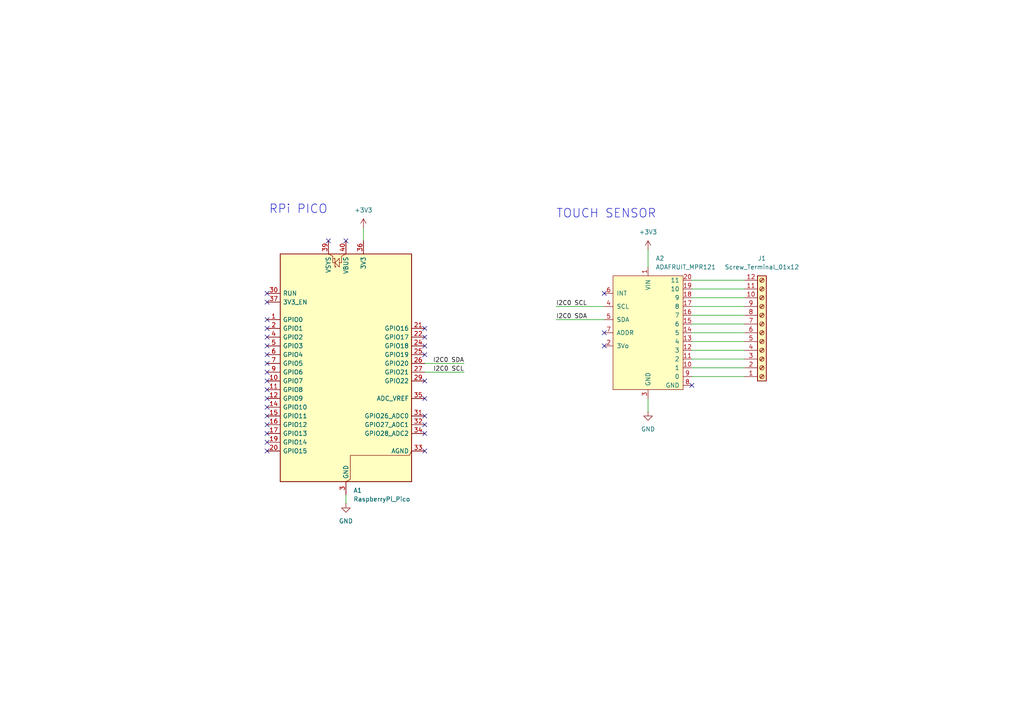
<source format=kicad_sch>
(kicad_sch (version 20250114) (generator "eeschema") (generator_version "9.0")
  (paper "A4")
  (title_block (title "Lick sensor, 12 bottles, USB output") (date "2025-10-27") (rev "1.0"))
  (lib_symbols
    (symbol "AG_Sensor:ADAFRUIT_MPR121" (pin_names (offset 1.016))
      (property "Reference" "A" (at 5.08 13.97 0))
      (property "Value" "ADAFRUIT_MPR121" (at 2.54 16.51 0))
      (symbol "ADAFRUIT_MPR121_1_1"
        (rectangle (start -8.89 11.43) (end 11.43 -21.59) (fill (type background)))
        (pin passive line (at -11.43 6.35 0) (length 2.54) (name "INT") (number "6"))
        (pin passive line (at -11.43 2.54 0) (length 2.54) (name "SCL") (number "4"))
        (pin passive line (at -11.43 -1.27 0) (length 2.54) (name "SDA") (number "5"))
        (pin passive line (at -11.43 -5.08 0) (length 2.54) (name "ADDR") (number "7"))
        (pin power_out line (at -11.43 -8.89 0) (length 2.54) (name "3Vo") (number "2"))
        (pin power_in line (at 1.27 13.97 270) (length 2.54) (name "VIN") (number "1"))
        (pin power_in line (at 1.27 -24.13 90) (length 2.54) (name "GND") (number "3"))
        (pin passive line (at 13.97 10.16 180) (length 2.54) (name "11") (number "20"))
        (pin passive line (at 13.97 7.62 180) (length 2.54) (name "10") (number "19"))
        (pin passive line (at 13.97 5.08 180) (length 2.54) (name "9") (number "18"))
        (pin passive line (at 13.97 2.54 180) (length 2.54) (name "8") (number "17"))
        (pin passive line (at 13.97 0 180) (length 2.54) (name "7") (number "16"))
        (pin passive line (at 13.97 -2.54 180) (length 2.54) (name "6") (number "15"))
        (pin passive line (at 13.97 -5.08 180) (length 2.54) (name "5") (number "14"))
        (pin passive line (at 13.97 -7.62 180) (length 2.54) (name "4") (number "13"))
        (pin passive line (at 13.97 -10.16 180) (length 2.54) (name "3") (number "12"))
        (pin passive line (at 13.97 -12.7 180) (length 2.54) (name "2") (number "11"))
        (pin passive line (at 13.97 -15.24 180) (length 2.54) (name "1") (number "10"))
        (pin passive line (at 13.97 -17.78 180) (length 2.54) (name "0") (number "9"))
        (pin power_in line (at 13.97 -20.32 180) (length 2.54) (name "GND") (number "8"))
      )
    )
    (symbol "Connector:Screw_Terminal_01x12" (pin_names (offset 1.016) (hide yes))
      (property "Reference" "J" (at 0 15.24 0))
      (property "Value" "Screw_Terminal_01x12" (at 0 -17.78 0))
      (symbol "Screw_Terminal_01x12_1_1"
        (rectangle (start -1.27 13.97) (end 1.27 -16.51) (stroke (width 0.254)) (fill (type background)))
        (polyline (pts (xy -0.5334 13.0302) (xy 0.3302 12.192)) (stroke (width 0.1524)))
        (polyline (pts (xy -0.5334 10.4902) (xy 0.3302 9.652)) (stroke (width 0.1524)))
        (polyline (pts (xy -0.5334 7.9502) (xy 0.3302 7.112)) (stroke (width 0.1524)))
        (polyline (pts (xy -0.5334 5.4102) (xy 0.3302 4.572)) (stroke (width 0.1524)))
        (polyline (pts (xy -0.5334 2.8702) (xy 0.3302 2.032)) (stroke (width 0.1524)))
        (polyline (pts (xy -0.5334 0.3302) (xy 0.3302 -0.508)) (stroke (width 0.1524)))
        (polyline (pts (xy -0.5334 -2.2098) (xy 0.3302 -3.048)) (stroke (width 0.1524)))
        (polyline (pts (xy -0.5334 -4.7498) (xy 0.3302 -5.588)) (stroke (width 0.1524)))
        (polyline (pts (xy -0.5334 -7.2898) (xy 0.3302 -8.128)) (stroke (width 0.1524)))
        (polyline (pts (xy -0.5334 -9.8298) (xy 0.3302 -10.668)) (stroke (width 0.1524)))
        (polyline (pts (xy -0.5334 -12.3698) (xy 0.3302 -13.208)) (stroke (width 0.1524)))
        (polyline (pts (xy -0.5334 -14.9098) (xy 0.3302 -15.748)) (stroke (width 0.1524)))
        (polyline (pts (xy -0.3556 13.208) (xy 0.508 12.3698)) (stroke (width 0.1524)))
        (polyline (pts (xy -0.3556 10.668) (xy 0.508 9.8298)) (stroke (width 0.1524)))
        (polyline (pts (xy -0.3556 8.128) (xy 0.508 7.2898)) (stroke (width 0.1524)))
        (polyline (pts (xy -0.3556 5.588) (xy 0.508 4.7498)) (stroke (width 0.1524)))
        (polyline (pts (xy -0.3556 3.048) (xy 0.508 2.2098)) (stroke (width 0.1524)))
        (polyline (pts (xy -0.3556 0.508) (xy 0.508 -0.3302)) (stroke (width 0.1524)))
        (polyline (pts (xy -0.3556 -2.032) (xy 0.508 -2.8702)) (stroke (width 0.1524)))
        (polyline (pts (xy -0.3556 -4.572) (xy 0.508 -5.4102)) (stroke (width 0.1524)))
        (polyline (pts (xy -0.3556 -7.112) (xy 0.508 -7.9502)) (stroke (width 0.1524)))
        (polyline (pts (xy -0.3556 -9.652) (xy 0.508 -10.4902)) (stroke (width 0.1524)))
        (polyline (pts (xy -0.3556 -12.192) (xy 0.508 -13.0302)) (stroke (width 0.1524)))
        (polyline (pts (xy -0.3556 -14.732) (xy 0.508 -15.5702)) (stroke (width 0.1524)))
        (circle (center 0 12.7) (radius 0.635) (stroke (width 0.1524)))
        (circle (center 0 10.16) (radius 0.635) (stroke (width 0.1524)))
        (circle (center 0 7.62) (radius 0.635) (stroke (width 0.1524)))
        (circle (center 0 5.08) (radius 0.635) (stroke (width 0.1524)))
        (circle (center 0 2.54) (radius 0.635) (stroke (width 0.1524)))
        (circle (center 0 0) (radius 0.635) (stroke (width 0.1524)))
        (circle (center 0 -2.54) (radius 0.635) (stroke (width 0.1524)))
        (circle (center 0 -5.08) (radius 0.635) (stroke (width 0.1524)))
        (circle (center 0 -7.62) (radius 0.635) (stroke (width 0.1524)))
        (circle (center 0 -10.16) (radius 0.635) (stroke (width 0.1524)))
        (circle (center 0 -12.7) (radius 0.635) (stroke (width 0.1524)))
        (circle (center 0 -15.24) (radius 0.635) (stroke (width 0.1524)))
        (pin passive line (at -5.08 12.7 0) (length 3.81) (name "Pin_1") (number "1"))
        (pin passive line (at -5.08 10.16 0) (length 3.81) (name "Pin_2") (number "2"))
        (pin passive line (at -5.08 7.62 0) (length 3.81) (name "Pin_3") (number "3"))
        (pin passive line (at -5.08 5.08 0) (length 3.81) (name "Pin_4") (number "4"))
        (pin passive line (at -5.08 2.54 0) (length 3.81) (name "Pin_5") (number "5"))
        (pin passive line (at -5.08 0 0) (length 3.81) (name "Pin_6") (number "6"))
        (pin passive line (at -5.08 -2.54 0) (length 3.81) (name "Pin_7") (number "7"))
        (pin passive line (at -5.08 -5.08 0) (length 3.81) (name "Pin_8") (number "8"))
        (pin passive line (at -5.08 -7.62 0) (length 3.81) (name "Pin_9") (number "9"))
        (pin passive line (at -5.08 -10.16 0) (length 3.81) (name "Pin_10") (number "10"))
        (pin passive line (at -5.08 -12.7 0) (length 3.81) (name "Pin_11") (number "11"))
        (pin passive line (at -5.08 -15.24 0) (length 3.81) (name "Pin_12") (number "12"))
      )
    )
    (symbol "MCU_Module:RaspberryPi_Pico" (pin_names (offset 0.762))
      (property "Reference" "A" (at -19.05 35.56 0))
      (property "Value" "RaspberryPi_Pico" (at 7.62 35.56 0))
      (symbol "RaspberryPi_Pico_0_1"
        (rectangle (start -19.05 34.29) (end 19.05 -31.75) (stroke (width 0.254)) (fill (type background)))
        (polyline (pts (xy -5.08 34.29) (xy -3.81 33.655) (xy -3.81 31.75) (xy -3.175 31.75)))
        (polyline (pts (xy -3.429 32.766) (xy -3.429 33.02) (xy -3.175 33.02) (xy -3.175 30.48) (xy -2.921 30.48) (xy -2.921 30.734)))
        (polyline (pts (xy -3.175 31.75) (xy -1.905 33.02) (xy -1.905 30.48) (xy -3.175 31.75)))
        (polyline (pts (xy 0 34.29) (xy -1.27 33.655) (xy -1.27 31.75) (xy -1.905 31.75)))
        (polyline (pts (xy 0 -31.75) (xy 1.27 -31.115) (xy 1.27 -24.13) (xy 18.415 -24.13) (xy 19.05 -22.86)))
      )
      (symbol "RaspberryPi_Pico_1_1"
        (pin passive line (at -22.86 22.86 0) (length 3.81) (name "RUN") (number "30"))
        (pin passive line (at -22.86 20.32 0) (length 3.81) (name "3V3_EN") (number "37"))
        (pin bidirectional line (at -22.86 15.24 0) (length 3.81) (name "GPIO0") (number "1"))
        (pin bidirectional line (at -22.86 12.7 0) (length 3.81) (name "GPIO1") (number "2"))
        (pin bidirectional line (at -22.86 10.16 0) (length 3.81) (name "GPIO2") (number "4"))
        (pin bidirectional line (at -22.86 7.62 0) (length 3.81) (name "GPIO3") (number "5"))
        (pin bidirectional line (at -22.86 5.08 0) (length 3.81) (name "GPIO4") (number "6"))
        (pin bidirectional line (at -22.86 2.54 0) (length 3.81) (name "GPIO5") (number "7"))
        (pin bidirectional line (at -22.86 0 0) (length 3.81) (name "GPIO6") (number "9"))
        (pin bidirectional line (at -22.86 -2.54 0) (length 3.81) (name "GPIO7") (number "10"))
        (pin bidirectional line (at -22.86 -5.08 0) (length 3.81) (name "GPIO8") (number "11"))
        (pin bidirectional line (at -22.86 -7.62 0) (length 3.81) (name "GPIO9") (number "12"))
        (pin bidirectional line (at -22.86 -10.16 0) (length 3.81) (name "GPIO10") (number "14"))
        (pin bidirectional line (at -22.86 -12.7 0) (length 3.81) (name "GPIO11") (number "15"))
        (pin bidirectional line (at -22.86 -15.24 0) (length 3.81) (name "GPIO12") (number "16"))
        (pin bidirectional line (at -22.86 -17.78 0) (length 3.81) (name "GPIO13") (number "17"))
        (pin bidirectional line (at -22.86 -20.32 0) (length 3.81) (name "GPIO14") (number "19"))
        (pin bidirectional line (at -22.86 -22.86 0) (length 3.81) (name "GPIO15") (number "20"))
        (pin power_in line (at -5.08 38.1 270) (length 3.81) (name "VSYS") (number "39"))
        (pin power_out line (at 0 38.1 270) (length 3.81) (name "VBUS") (number "40"))
        (pin passive line (at 0 -35.56 90) (length 3.81) (hide yes) (name "GND") (number "13"))
        (pin passive line (at 0 -35.56 90) (length 3.81) (hide yes) (name "GND") (number "18"))
        (pin passive line (at 0 -35.56 90) (length 3.81) (hide yes) (name "GND") (number "23"))
        (pin passive line (at 0 -35.56 90) (length 3.81) (hide yes) (name "GND") (number "28"))
        (pin power_out line (at 0 -35.56 90) (length 3.81) (name "GND") (number "3"))
        (pin passive line (at 0 -35.56 90) (length 3.81) (hide yes) (name "GND") (number "38"))
        (pin passive line (at 0 -35.56 90) (length 3.81) (hide yes) (name "GND") (number "8"))
        (pin power_out line (at 5.08 38.1 270) (length 3.81) (name "3V3") (number "36"))
        (pin bidirectional line (at 22.86 12.7 180) (length 3.81) (name "GPIO16") (number "21"))
        (pin bidirectional line (at 22.86 10.16 180) (length 3.81) (name "GPIO17") (number "22"))
        (pin bidirectional line (at 22.86 7.62 180) (length 3.81) (name "GPIO18") (number "24"))
        (pin bidirectional line (at 22.86 5.08 180) (length 3.81) (name "GPIO19") (number "25"))
        (pin bidirectional line (at 22.86 2.54 180) (length 3.81) (name "GPIO20") (number "26"))
        (pin bidirectional line (at 22.86 0 180) (length 3.81) (name "GPIO21") (number "27"))
        (pin bidirectional line (at 22.86 -2.54 180) (length 3.81) (name "GPIO22") (number "29"))
        (pin power_in line (at 22.86 -7.62 180) (length 3.81) (name "ADC_VREF") (number "35"))
        (pin bidirectional line (at 22.86 -12.7 180) (length 3.81) (name "GPIO26_ADC0") (number "31"))
        (pin bidirectional line (at 22.86 -15.24 180) (length 3.81) (name "GPIO27_ADC1") (number "32"))
        (pin bidirectional line (at 22.86 -17.78 180) (length 3.81) (name "GPIO28_ADC2") (number "34"))
        (pin power_out line (at 22.86 -22.86 180) (length 3.81) (name "AGND") (number "33"))
      )
    )
    (symbol "power:+3V3" (power) (pin_numbers (hide yes)) (pin_names (offset 0) (hide yes))
      (property "Value" "+3V3" (at 0 3.556 0))
      (symbol "+3V3_0_1"
        (polyline (pts (xy -0.762 1.27) (xy 0 2.54)))
        (polyline (pts (xy 0 2.54) (xy 0.762 1.27)))
        (polyline (pts (xy 0 0) (xy 0 2.54)))
      )
      (symbol "+3V3_1_1"
        (pin power_in line (at 0 0 90) (length 0) (name "~") (number "1"))
      )
    )
    (symbol "power:GND" (power) (pin_numbers (hide yes)) (pin_names (offset 0) (hide yes))
      (property "Value" "GND" (at 0 -3.81 0))
      (symbol "GND_0_1"
        (polyline (pts (xy 0 0) (xy 0 -1.27) (xy 1.27 -1.27) (xy 0 -2.54) (xy -1.27 -1.27) (xy 0 -1.27)))
      )
      (symbol "GND_1_1"
        (pin power_in line (at 0 0 270) (length 0) (name "~") (number "1"))
      )
    )
  )
  (text "TOUCH SENSOR" (at 161.29 63.5 0) (effects (font (size 2.5 2.5)) (justify left bottom)))
  (text "RPi PICO" (at 77.978 62.23 0) (effects (font (size 2.5 2.5)) (justify left bottom)))
  (no_connect (at 77.47 97.79))
  (no_connect (at 77.47 110.49))
  (no_connect (at 77.47 92.71))
  (no_connect (at 77.47 95.25))
  (no_connect (at 123.19 130.81))
  (no_connect (at 123.19 123.19))
  (no_connect (at 123.19 95.25))
  (no_connect (at 123.19 110.49))
  (no_connect (at 77.47 120.65))
  (no_connect (at 77.47 107.95))
  (no_connect (at 77.47 100.33))
  (no_connect (at 77.47 115.57))
  (no_connect (at 175.26 85.09))
  (no_connect (at 175.26 96.52))
  (no_connect (at 123.19 115.57))
  (no_connect (at 123.19 120.65))
  (no_connect (at 95.25 69.85))
  (no_connect (at 77.47 87.63))
  (no_connect (at 77.47 105.41))
  (no_connect (at 77.47 118.11))
  (no_connect (at 123.19 102.87))
  (no_connect (at 123.19 97.79))
  (no_connect (at 77.47 113.03))
  (no_connect (at 123.19 125.73))
  (no_connect (at 77.47 123.19))
  (no_connect (at 77.47 125.73))
  (no_connect (at 77.47 102.87))
  (no_connect (at 175.26 100.33))
  (no_connect (at 77.47 128.27))
  (no_connect (at 200.66 111.76))
  (no_connect (at 77.47 130.81))
  (no_connect (at 100.33 69.85))
  (no_connect (at 123.19 100.33))
  (no_connect (at 77.47 85.09))
  (wire (pts (xy 200.66 86.36) (xy 215.9 86.36)))
  (wire (pts (xy 100.33 143.51) (xy 100.33 146.05)))
  (wire (pts (xy 200.66 93.98) (xy 215.9 93.98)))
  (wire (pts (xy 161.29 92.71) (xy 175.26 92.71)))
  (wire (pts (xy 123.19 107.95) (xy 134.62 107.95)))
  (wire (pts (xy 200.66 99.06) (xy 215.9 99.06)))
  (wire (pts (xy 200.66 88.9) (xy 215.9 88.9)))
  (wire (pts (xy 200.66 91.44) (xy 215.9 91.44)))
  (wire (pts (xy 187.96 115.57) (xy 187.96 119.38)))
  (wire (pts (xy 105.41 66.04) (xy 105.41 69.85)))
  (wire (pts (xy 200.66 109.22) (xy 215.9 109.22)))
  (wire (pts (xy 200.66 83.82) (xy 215.9 83.82)))
  (wire (pts (xy 187.96 72.39) (xy 187.96 77.47)))
  (wire (pts (xy 200.66 106.68) (xy 215.9 106.68)))
  (wire (pts (xy 200.66 96.52) (xy 215.9 96.52)))
  (wire (pts (xy 200.66 101.6) (xy 215.9 101.6)))
  (wire (pts (xy 161.29 88.9) (xy 175.26 88.9)))
  (wire (pts (xy 123.19 105.41) (xy 134.62 105.41)))
  (wire (pts (xy 200.66 81.28) (xy 215.9 81.28)))
  (wire (pts (xy 200.66 104.14) (xy 215.9 104.14)))
  (label "I2C0 SCL" (at 161.29 88.9 0))
  (label "I2C0 SCL" (at 134.62 107.95 180))
  (label "I2C0 SDA" (at 134.62 105.41 180))
  (label "I2C0 SDA" (at 161.29 92.71 0))
  (symbol (lib_id "power:GND") (at 100.33 146.05 0) (unit 1)
    (property "Reference" "#PWR01" (effects (hide yes)))
    (property "Value" "GND" (at 100.33 151.13 0))
    (property "Description" "Power symbol creates a global label with name \"GND\" , ground" (effects (hide yes)))
  )
  (symbol (lib_id "AG_Sensor:ADAFRUIT_MPR121") (at 186.69 91.44 0) (unit 1)
    (property "Reference" "A2" (at 190.1541 74.93 0) (effects (justify left)))
    (property "Value" "ADAFRUIT_MPR121" (at 190.1541 77.47 0) (effects (justify left)))
    (property "Footprint" "AG_Sensor:ADAFRUIT_MPR121" (effects (hide yes)))
    (property "Description" "Touch sensor board" (effects (hide yes)))
  )
  (symbol (lib_id "power:GND") (at 187.96 119.38 0) (unit 1)
    (property "Reference" "#PWR04" (effects (hide yes)))
    (property "Value" "GND" (at 187.96 124.46 0))
    (property "Description" "Power symbol creates a global label with name \"GND\" , ground" (effects (hide yes)))
  )
  (symbol (lib_id "power:+3V3") (at 105.41 66.04 0) (unit 1)
    (property "Reference" "#PWR02" (effects (hide yes)))
    (property "Value" "+3V3" (at 105.41 60.96 0))
    (property "Description" "Power symbol creates a global label with name \"+3V3\"" (effects (hide yes)))
  )
  (symbol (lib_id "MCU_Module:RaspberryPi_Pico") (at 100.33 107.95 0) (unit 1)
    (property "Reference" "A1" (at 102.4733 142.24 0) (effects (justify left)))
    (property "Value" "RaspberryPi_Pico" (at 102.4733 144.78 0) (effects (justify left)))
    (property "Footprint" "Module:RaspberryPi_Pico_Common_THT" (effects (hide yes)))
    (property "Datasheet" "https://datasheets.raspberrypi.com/pico/pico-datasheet.pdf" (effects (hide yes)))
    (property "Description" "Versatile and inexpensive microcontroller module powered by RP2040 dual-core Arm Cortex-M0+ processor up to 133 MHz, 264kB SRAM, 2MB QSPI flash; also supports Raspberry Pi Pico 2" (effects (hide yes)))
  )
  (symbol (lib_id "Connector:Screw_Terminal_01x12") (at 220.98 96.52 0) (mirror x) (unit 1)
    (property "Reference" "J1" (at 220.98 74.93 0))
    (property "Value" "Screw_Terminal_01x12" (at 220.98 77.47 0))
    (property "Footprint" "TerminalBlock_Phoenix:TerminalBlock_Phoenix_MPT-0,5-12-2.54_1x12_P2.54mm_Horizontal" (effects (hide yes)))
    (property "Description" "Generic screw terminal, single row, 01x12, script generated (kicad-library-utils/schlib/autogen/connector/)" (effects (hide yes)))
  )
  (symbol (lib_id "power:+3V3") (at 187.96 72.39 0) (unit 1)
    (property "Reference" "#PWR03" (effects (hide yes)))
    (property "Value" "+3V3" (at 187.96 67.31 0))
    (property "Description" "Power symbol creates a global label with name \"+3V3\"" (effects (hide yes)))
  )
)
</source>
